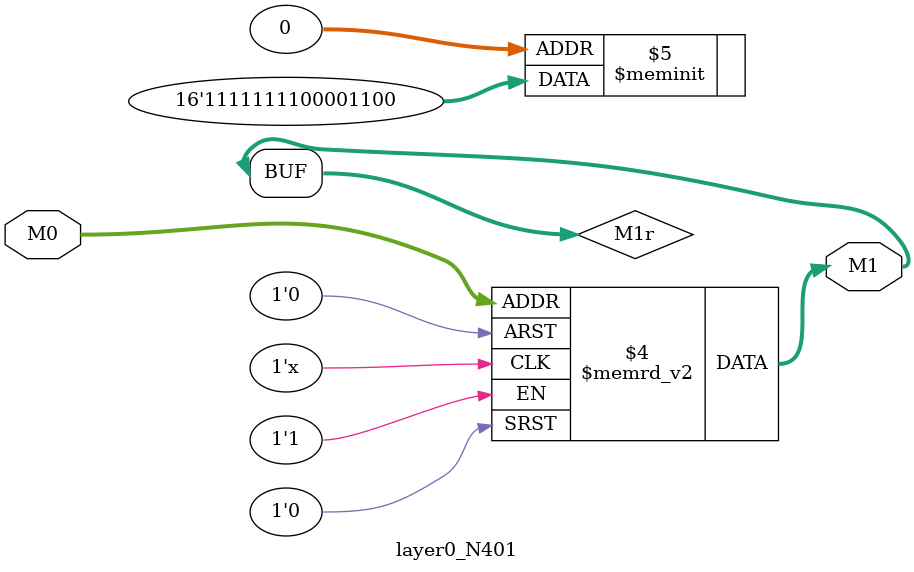
<source format=v>
module layer0_N401 ( input [2:0] M0, output [1:0] M1 );

	(*rom_style = "distributed" *) reg [1:0] M1r;
	assign M1 = M1r;
	always @ (M0) begin
		case (M0)
			3'b000: M1r = 2'b00;
			3'b100: M1r = 2'b11;
			3'b010: M1r = 2'b00;
			3'b110: M1r = 2'b11;
			3'b001: M1r = 2'b11;
			3'b101: M1r = 2'b11;
			3'b011: M1r = 2'b00;
			3'b111: M1r = 2'b11;

		endcase
	end
endmodule

</source>
